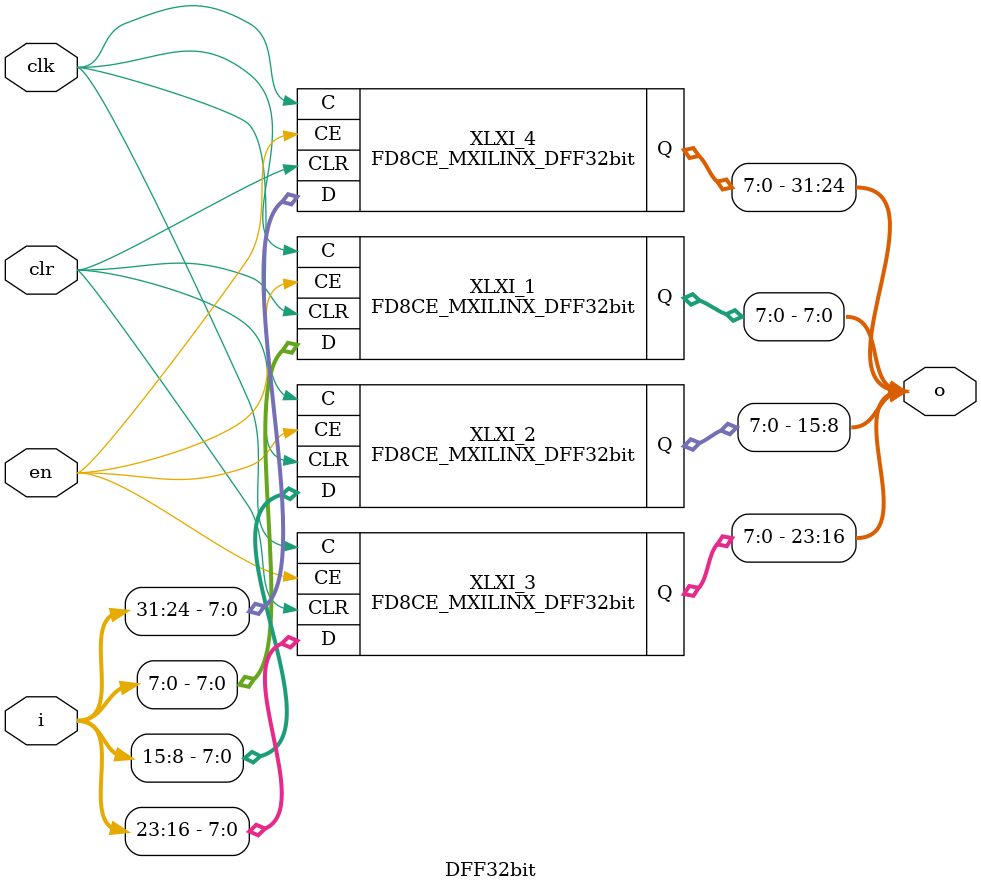
<source format=v>
`timescale 1ns / 1ps

module FD8CE_MXILINX_DFF32bit(C, 
                              CE, 
                              CLR, 
                              D, 
                              Q);

    input C;
    input CE;
    input CLR;
    input [7:0] D;
   output [7:0] Q;
   
   
   FDCE I_Q0 (.C(C), 
              .CE(CE), 
              .CLR(CLR), 
              .D(D[0]), 
              .Q(Q[0]));
   defparam I_Q0.INIT = 1'b0;
   FDCE I_Q1 (.C(C), 
              .CE(CE), 
              .CLR(CLR), 
              .D(D[1]), 
              .Q(Q[1]));
   defparam I_Q1.INIT = 1'b0;
   FDCE I_Q2 (.C(C), 
              .CE(CE), 
              .CLR(CLR), 
              .D(D[2]), 
              .Q(Q[2]));
   defparam I_Q2.INIT = 1'b0;
   FDCE I_Q3 (.C(C), 
              .CE(CE), 
              .CLR(CLR), 
              .D(D[3]), 
              .Q(Q[3]));
   defparam I_Q3.INIT = 1'b0;
   FDCE I_Q4 (.C(C), 
              .CE(CE), 
              .CLR(CLR), 
              .D(D[4]), 
              .Q(Q[4]));
   defparam I_Q4.INIT = 1'b0;
   FDCE I_Q5 (.C(C), 
              .CE(CE), 
              .CLR(CLR), 
              .D(D[5]), 
              .Q(Q[5]));
   defparam I_Q5.INIT = 1'b0;
   FDCE I_Q6 (.C(C), 
              .CE(CE), 
              .CLR(CLR), 
              .D(D[6]), 
              .Q(Q[6]));
   defparam I_Q6.INIT = 1'b0;
   FDCE I_Q7 (.C(C), 
              .CE(CE), 
              .CLR(CLR), 
              .D(D[7]), 
              .Q(Q[7]));
   defparam I_Q7.INIT = 1'b0;
endmodule
`timescale 1ns / 1ps

module DFF32bit(clk, 
                clr, 
                en, 
                i, 
                o);

    input clk;
    input clr;
    input en;
    input [31:0] i;
   output [31:0] o;
   
   
   FD8CE_MXILINX_DFF32bit XLXI_1 (.C(clk), 
                                  .CE(en), 
                                  .CLR(clr), 
                                  .D(i[7:0]), 
                                  .Q(o[7:0]));
   // synthesis attribute HU_SET of XLXI_1 is "XLXI_1_0"
   FD8CE_MXILINX_DFF32bit XLXI_2 (.C(clk), 
                                  .CE(en), 
                                  .CLR(clr), 
                                  .D(i[15:8]), 
                                  .Q(o[15:8]));
   // synthesis attribute HU_SET of XLXI_2 is "XLXI_2_1"
   FD8CE_MXILINX_DFF32bit XLXI_3 (.C(clk), 
                                  .CE(en), 
                                  .CLR(clr), 
                                  .D(i[23:16]), 
                                  .Q(o[23:16]));
   // synthesis attribute HU_SET of XLXI_3 is "XLXI_3_2"
   FD8CE_MXILINX_DFF32bit XLXI_4 (.C(clk), 
                                  .CE(en), 
                                  .CLR(clr), 
                                  .D(i[31:24]), 
                                  .Q(o[31:24]));
   // synthesis attribute HU_SET of XLXI_4 is "XLXI_4_3"
endmodule

</source>
